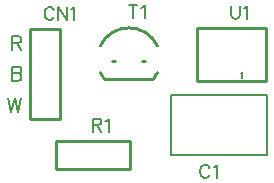
<source format=gto>
G04 ---------------------------- Layer name :TOP SILK LAYER*
G04 easyEDA 0.1*
G04 Scale: 100 percent, Rotated: No, Reflected: No *
G04 Dimensions in inches *
G04 leading zeros omitted , absolute positions ,2 integer and 4 * 
%FSLAX24Y24*%
%MOIN*%
G90*
G70D02*

%ADD10C,0.010000*%
%ADD11C,0.007000*%
%ADD12C,0.006000*%
%ADD13C,0.008000*%

%LPD*%
%LNVIA PAD TRACK COPPERAREA*%
G54D10*
G01X3580Y10450D02*
G01X5219Y10450D01*
G01X3950Y11050D02*
G01X3850Y11050D01*
G01X4950Y11050D02*
G01X4850Y11050D01*
G01X1959Y7430D02*
G01X1959Y8369D01*
G01X1959Y8369D02*
G01X4440Y8369D01*
G01X4440Y8369D02*
G01X4440Y7430D01*
G01X4440Y7430D02*
G01X1959Y7430D01*
G01X1100Y12100D02*
G01X2100Y12100D01*
G01X2100Y9100D01*
G01X1100Y9100D01*
G01X1100Y12100D01*
G54D11*
G01X5800Y8900D02*
G01X5800Y9900D01*
G01X9000Y9900D01*
G01X9000Y7900D01*
G01X5800Y7900D01*
G01X5800Y8900D01*
G54D10*
G01X6669Y12140D02*
G01X8969Y12140D01*
G01X8969Y12140D02*
G01X8969Y10369D01*
G01X8969Y10369D02*
G01X6669Y10369D01*
G01X6669Y10369D02*
G01X6669Y12140D01*
G54D11*
G01X4542Y12894D02*
G01X4542Y12465D01*
G01X4400Y12894D02*
G01X4685Y12894D01*
G01X4821Y12813D02*
G01X4861Y12834D01*
G01X4923Y12894D01*
G01X4923Y12465D01*
G01X3200Y9115D02*
G01X3200Y8686D01*
G01X3200Y9115D02*
G01X3384Y9115D01*
G01X3444Y9094D01*
G01X3465Y9075D01*
G01X3486Y9034D01*
G01X3486Y8992D01*
G01X3465Y8951D01*
G01X3444Y8930D01*
G01X3384Y8911D01*
G01X3200Y8911D01*
G01X3342Y8911D02*
G01X3486Y8686D01*
G01X3621Y9034D02*
G01X3661Y9053D01*
G01X3723Y9115D01*
G01X3723Y8686D01*
G01X1907Y12742D02*
G01X1886Y12784D01*
G01X1844Y12825D01*
G01X1805Y12844D01*
G01X1723Y12844D01*
G01X1682Y12825D01*
G01X1640Y12784D01*
G01X1619Y12742D01*
G01X1600Y12682D01*
G01X1600Y12580D01*
G01X1619Y12517D01*
G01X1640Y12476D01*
G01X1682Y12436D01*
G01X1723Y12415D01*
G01X1805Y12415D01*
G01X1844Y12436D01*
G01X1886Y12476D01*
G01X1907Y12517D01*
G01X2042Y12844D02*
G01X2042Y12415D01*
G01X2042Y12844D02*
G01X2328Y12415D01*
G01X2328Y12844D02*
G01X2328Y12415D01*
G01X2463Y12763D02*
G01X2503Y12784D01*
G01X2565Y12844D01*
G01X2565Y12415D01*
G01X7085Y7482D02*
G01X7064Y7523D01*
G01X7022Y7565D01*
G01X6985Y7586D01*
G01X6902Y7586D01*
G01X6860Y7565D01*
G01X6818Y7523D01*
G01X6797Y7482D01*
G01X6777Y7423D01*
G01X6777Y7319D01*
G01X6797Y7257D01*
G01X6818Y7219D01*
G01X6860Y7178D01*
G01X6902Y7157D01*
G01X6985Y7157D01*
G01X7022Y7178D01*
G01X7064Y7219D01*
G01X7085Y7257D01*
G01X7222Y7507D02*
G01X7260Y7523D01*
G01X7322Y7586D01*
G01X7322Y7157D01*
G01X7819Y12884D02*
G01X7819Y12578D01*
G01X7839Y12517D01*
G01X7881Y12476D01*
G01X7943Y12455D01*
G01X7984Y12455D01*
G01X8044Y12476D01*
G01X8085Y12517D01*
G01X8106Y12578D01*
G01X8106Y12884D01*
G01X8240Y12803D02*
G01X8281Y12823D01*
G01X8343Y12884D01*
G01X8343Y12455D01*
G54D12*
G01X8139Y10632D02*
G01X8157Y10642D01*
G01X8185Y10669D01*
G01X8185Y10478D01*
G54D13*
G01X500Y11871D02*
G01X500Y11394D01*
G01X500Y11871D02*
G01X705Y11871D01*
G01X773Y11850D01*
G01X794Y11826D01*
G01X817Y11782D01*
G01X817Y11736D01*
G01X794Y11690D01*
G01X773Y11667D01*
G01X705Y11644D01*
G01X500Y11644D01*
G01X659Y11644D02*
G01X817Y11394D01*
G01X500Y10859D02*
G01X500Y10380D01*
G01X500Y10859D02*
G01X705Y10859D01*
G01X773Y10836D01*
G01X794Y10813D01*
G01X817Y10767D01*
G01X817Y10721D01*
G01X794Y10676D01*
G01X773Y10653D01*
G01X705Y10630D01*
G01X500Y10630D02*
G01X705Y10630D01*
G01X773Y10609D01*
G01X794Y10586D01*
G01X817Y10540D01*
G01X817Y10471D01*
G01X794Y10426D01*
G01X773Y10403D01*
G01X705Y10380D01*
G01X500Y10380D01*
G01X363Y9821D02*
G01X476Y9342D01*
G01X590Y9821D02*
G01X476Y9342D01*
G01X590Y9821D02*
G01X703Y9342D01*
G01X817Y9821D02*
G01X703Y9342D01*
G54D10*
G75*
G01X3450Y11546D02*
G02X5350Y11546I950J-447D01*
G01*
G75*
G01X3450Y10653D02*
G03X3575Y10450I950J445D01*
G01*
G75*
G01X5225Y10450D02*
G03X5355Y10661I-824J651D01*
G01*

M00*
M02*
</source>
